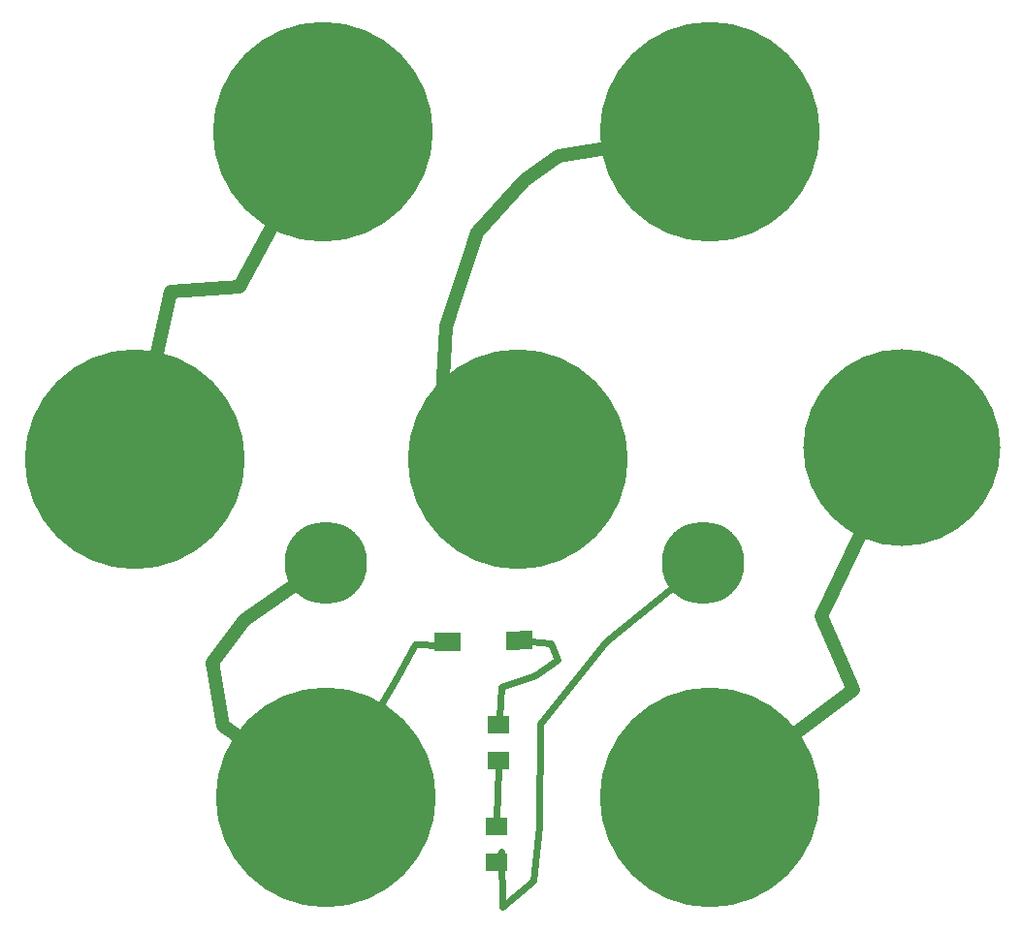
<source format=gtl>
G04 MADE WITH FRITZING*
G04 WWW.FRITZING.ORG*
G04 DOUBLE SIDED*
G04 HOLES PLATED*
G04 CONTOUR ON CENTER OF CONTOUR VECTOR*
%ASAXBY*%
%FSLAX23Y23*%
%MOIN*%
%OFA0B0*%
%SFA1.0B1.0*%
%ADD10C,0.283464*%
%ADD11C,0.755905*%
%ADD12C,0.677165*%
%ADD13R,0.074803X0.062992*%
%ADD14C,0.048000*%
%ADD15C,0.024000*%
%ADD16C,0.000100*%
%LNCOPPER1*%
G90*
G70*
G54D10*
X2647Y1568D03*
X1351Y1568D03*
G54D11*
X2670Y3053D03*
X2010Y1927D03*
X692Y1927D03*
G54D12*
X3329Y1966D03*
G54D11*
X1341Y3053D03*
X1351Y761D03*
X2670Y761D03*
G54D13*
X1944Y890D03*
X1944Y1012D03*
X1937Y662D03*
X1937Y540D03*
G54D14*
X960Y1226D02*
X998Y1008D01*
D02*
X1311Y2997D02*
X1053Y2519D01*
D02*
X818Y2502D02*
X705Y1988D01*
D02*
X1053Y2519D02*
X818Y2502D01*
D02*
X1069Y1373D02*
X960Y1226D01*
D02*
X3055Y1384D02*
X3302Y1909D01*
D02*
X1299Y1532D02*
X1069Y1373D01*
D02*
X998Y1008D02*
X1299Y797D01*
D02*
X1870Y2705D02*
X1762Y2382D01*
D02*
X3164Y1133D02*
X3055Y1384D01*
D02*
X2720Y799D02*
X3164Y1133D01*
G54D15*
D02*
X1657Y1289D02*
X1597Y1179D01*
G54D14*
D02*
X1748Y2089D02*
X1957Y1960D01*
D02*
X1762Y2382D02*
X1748Y2089D01*
D02*
X2608Y3043D02*
X2149Y2970D01*
D02*
X2035Y2884D02*
X1870Y2705D01*
D02*
X2149Y2970D02*
X2035Y2884D01*
G54D15*
D02*
X2148Y1234D02*
X2124Y1291D01*
D02*
X1953Y1142D02*
X2071Y1181D01*
D02*
X2071Y1181D02*
X2148Y1234D01*
D02*
X2124Y1291D02*
X2055Y1298D01*
D02*
X1938Y688D02*
X1943Y864D01*
D02*
X1946Y1038D02*
X1953Y1142D01*
D02*
X1597Y1179D02*
X1383Y815D01*
D02*
X1746Y1286D02*
X1657Y1289D01*
D02*
X1768Y1297D02*
X1746Y1286D01*
D02*
X2084Y662D02*
X2088Y1016D01*
D02*
X2312Y1299D02*
X2598Y1529D01*
D02*
X2062Y476D02*
X2084Y662D01*
D02*
X2088Y1016D02*
X2312Y1299D01*
D02*
X1950Y566D02*
X1954Y575D01*
D02*
X1954Y575D02*
X1958Y384D01*
D02*
X1958Y384D02*
X2062Y476D01*
G54D16*
G36*
X1812Y1329D02*
X1813Y1267D01*
X1723Y1265D01*
X1722Y1328D01*
X1812Y1329D01*
G37*
D02*
G36*
X2060Y1334D02*
X2061Y1271D01*
X1971Y1269D01*
X1970Y1332D01*
X2060Y1334D01*
G37*
D02*
G04 End of Copper1*
M02*
</source>
